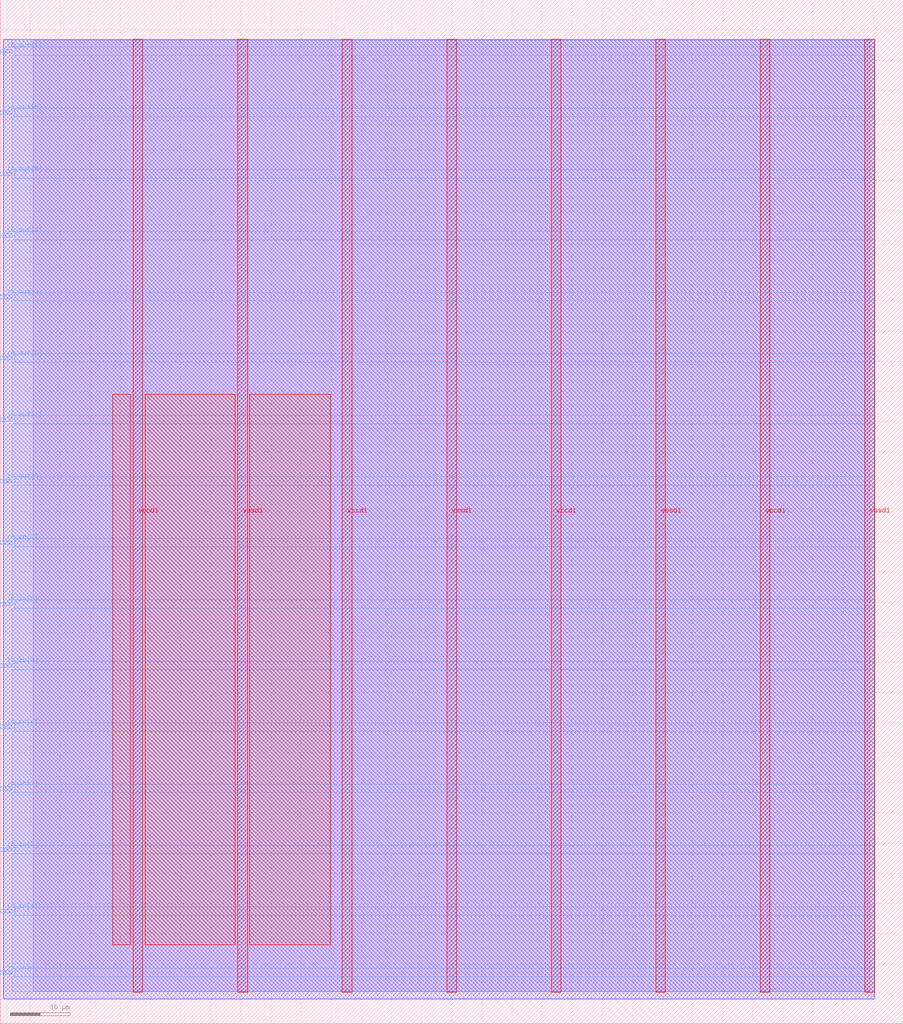
<source format=lef>
VERSION 5.7 ;
  NOWIREEXTENSIONATPIN ON ;
  DIVIDERCHAR "/" ;
  BUSBITCHARS "[]" ;
MACRO user_module_341620484740219475
  CLASS BLOCK ;
  FOREIGN user_module_341620484740219475 ;
  ORIGIN 0.000 0.000 ;
  SIZE 150.000 BY 170.000 ;
  PIN io_in[0]
    DIRECTION INPUT ;
    USE SIGNAL ;
    PORT
      LAYER met3 ;
        RECT 0.000 8.200 2.000 8.800 ;
    END
  END io_in[0]
  PIN io_in[1]
    DIRECTION INPUT ;
    USE SIGNAL ;
    PORT
      LAYER met3 ;
        RECT 0.000 18.400 2.000 19.000 ;
    END
  END io_in[1]
  PIN io_in[2]
    DIRECTION INPUT ;
    USE SIGNAL ;
    PORT
      LAYER met3 ;
        RECT 0.000 28.600 2.000 29.200 ;
    END
  END io_in[2]
  PIN io_in[3]
    DIRECTION INPUT ;
    USE SIGNAL ;
    PORT
      LAYER met3 ;
        RECT 0.000 38.800 2.000 39.400 ;
    END
  END io_in[3]
  PIN io_in[4]
    DIRECTION INPUT ;
    USE SIGNAL ;
    PORT
      LAYER met3 ;
        RECT 0.000 49.000 2.000 49.600 ;
    END
  END io_in[4]
  PIN io_in[5]
    DIRECTION INPUT ;
    USE SIGNAL ;
    PORT
      LAYER met3 ;
        RECT 0.000 59.200 2.000 59.800 ;
    END
  END io_in[5]
  PIN io_in[6]
    DIRECTION INPUT ;
    USE SIGNAL ;
    PORT
      LAYER met3 ;
        RECT 0.000 69.400 2.000 70.000 ;
    END
  END io_in[6]
  PIN io_in[7]
    DIRECTION INPUT ;
    USE SIGNAL ;
    PORT
      LAYER met3 ;
        RECT 0.000 79.600 2.000 80.200 ;
    END
  END io_in[7]
  PIN io_out[0]
    DIRECTION OUTPUT TRISTATE ;
    USE SIGNAL ;
    PORT
      LAYER met3 ;
        RECT 0.000 89.800 2.000 90.400 ;
    END
  END io_out[0]
  PIN io_out[1]
    DIRECTION OUTPUT TRISTATE ;
    USE SIGNAL ;
    PORT
      LAYER met3 ;
        RECT 0.000 100.000 2.000 100.600 ;
    END
  END io_out[1]
  PIN io_out[2]
    DIRECTION OUTPUT TRISTATE ;
    USE SIGNAL ;
    PORT
      LAYER met3 ;
        RECT 0.000 110.200 2.000 110.800 ;
    END
  END io_out[2]
  PIN io_out[3]
    DIRECTION OUTPUT TRISTATE ;
    USE SIGNAL ;
    PORT
      LAYER met3 ;
        RECT 0.000 120.400 2.000 121.000 ;
    END
  END io_out[3]
  PIN io_out[4]
    DIRECTION OUTPUT TRISTATE ;
    USE SIGNAL ;
    PORT
      LAYER met3 ;
        RECT 0.000 130.600 2.000 131.200 ;
    END
  END io_out[4]
  PIN io_out[5]
    DIRECTION OUTPUT TRISTATE ;
    USE SIGNAL ;
    PORT
      LAYER met3 ;
        RECT 0.000 140.800 2.000 141.400 ;
    END
  END io_out[5]
  PIN io_out[6]
    DIRECTION OUTPUT TRISTATE ;
    USE SIGNAL ;
    PORT
      LAYER met3 ;
        RECT 0.000 151.000 2.000 151.600 ;
    END
  END io_out[6]
  PIN io_out[7]
    DIRECTION OUTPUT TRISTATE ;
    USE SIGNAL ;
    PORT
      LAYER met3 ;
        RECT 0.000 161.200 2.000 161.800 ;
    END
  END io_out[7]
  PIN vccd1
    DIRECTION INOUT ;
    USE POWER ;
    PORT
      LAYER met4 ;
        RECT 22.085 5.200 23.685 163.440 ;
    END
    PORT
      LAYER met4 ;
        RECT 56.815 5.200 58.415 163.440 ;
    END
    PORT
      LAYER met4 ;
        RECT 91.545 5.200 93.145 163.440 ;
    END
    PORT
      LAYER met4 ;
        RECT 126.275 5.200 127.875 163.440 ;
    END
  END vccd1
  PIN vssd1
    DIRECTION INOUT ;
    USE GROUND ;
    PORT
      LAYER met4 ;
        RECT 39.450 5.200 41.050 163.440 ;
    END
    PORT
      LAYER met4 ;
        RECT 74.180 5.200 75.780 163.440 ;
    END
    PORT
      LAYER met4 ;
        RECT 108.910 5.200 110.510 163.440 ;
    END
    PORT
      LAYER met4 ;
        RECT 143.640 5.200 145.240 163.440 ;
    END
  END vssd1
  OBS
      LAYER li1 ;
        RECT 5.520 5.355 144.440 163.285 ;
      LAYER met1 ;
        RECT 0.530 4.120 145.240 163.440 ;
      LAYER met2 ;
        RECT 0.560 4.090 145.210 163.385 ;
      LAYER met3 ;
        RECT 2.000 162.200 145.230 163.365 ;
        RECT 2.400 160.800 145.230 162.200 ;
        RECT 2.000 152.000 145.230 160.800 ;
        RECT 2.400 150.600 145.230 152.000 ;
        RECT 2.000 141.800 145.230 150.600 ;
        RECT 2.400 140.400 145.230 141.800 ;
        RECT 2.000 131.600 145.230 140.400 ;
        RECT 2.400 130.200 145.230 131.600 ;
        RECT 2.000 121.400 145.230 130.200 ;
        RECT 2.400 120.000 145.230 121.400 ;
        RECT 2.000 111.200 145.230 120.000 ;
        RECT 2.400 109.800 145.230 111.200 ;
        RECT 2.000 101.000 145.230 109.800 ;
        RECT 2.400 99.600 145.230 101.000 ;
        RECT 2.000 90.800 145.230 99.600 ;
        RECT 2.400 89.400 145.230 90.800 ;
        RECT 2.000 80.600 145.230 89.400 ;
        RECT 2.400 79.200 145.230 80.600 ;
        RECT 2.000 70.400 145.230 79.200 ;
        RECT 2.400 69.000 145.230 70.400 ;
        RECT 2.000 60.200 145.230 69.000 ;
        RECT 2.400 58.800 145.230 60.200 ;
        RECT 2.000 50.000 145.230 58.800 ;
        RECT 2.400 48.600 145.230 50.000 ;
        RECT 2.000 39.800 145.230 48.600 ;
        RECT 2.400 38.400 145.230 39.800 ;
        RECT 2.000 29.600 145.230 38.400 ;
        RECT 2.400 28.200 145.230 29.600 ;
        RECT 2.000 19.400 145.230 28.200 ;
        RECT 2.400 18.000 145.230 19.400 ;
        RECT 2.000 9.200 145.230 18.000 ;
        RECT 2.400 7.800 145.230 9.200 ;
        RECT 2.000 5.275 145.230 7.800 ;
      LAYER met4 ;
        RECT 18.695 13.095 21.685 104.545 ;
        RECT 24.085 13.095 39.050 104.545 ;
        RECT 41.450 13.095 54.905 104.545 ;
  END
END user_module_341620484740219475
END LIBRARY


</source>
